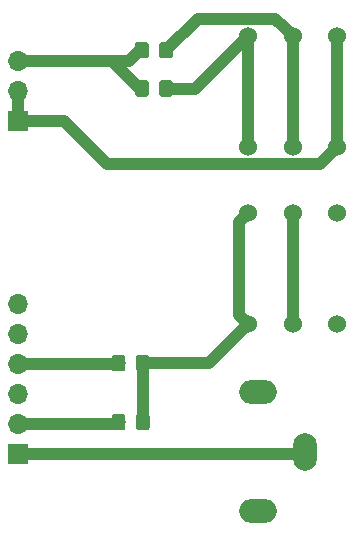
<source format=gtl>
G04 #@! TF.GenerationSoftware,KiCad,Pcbnew,(5.0.1)-4*
G04 #@! TF.CreationDate,2019-02-11T23:05:39+00:00*
G04 #@! TF.ProjectId,FT-8900-Headset,46542D383930302D486561647365742E,rev?*
G04 #@! TF.SameCoordinates,Original*
G04 #@! TF.FileFunction,Copper,L1,Top,Signal*
G04 #@! TF.FilePolarity,Positive*
%FSLAX46Y46*%
G04 Gerber Fmt 4.6, Leading zero omitted, Abs format (unit mm)*
G04 Created by KiCad (PCBNEW (5.0.1)-4) date 11/02/2019 23:05:39*
%MOMM*%
%LPD*%
G01*
G04 APERTURE LIST*
G04 #@! TA.AperFunction,ComponentPad*
%ADD10O,3.197860X1.998980*%
G04 #@! TD*
G04 #@! TA.AperFunction,ComponentPad*
%ADD11O,1.998980X3.197860*%
G04 #@! TD*
G04 #@! TA.AperFunction,Conductor*
%ADD12C,0.100000*%
G04 #@! TD*
G04 #@! TA.AperFunction,SMDPad,CuDef*
%ADD13C,1.150000*%
G04 #@! TD*
G04 #@! TA.AperFunction,ComponentPad*
%ADD14R,1.700000X1.700000*%
G04 #@! TD*
G04 #@! TA.AperFunction,ComponentPad*
%ADD15O,1.700000X1.700000*%
G04 #@! TD*
G04 #@! TA.AperFunction,ComponentPad*
%ADD16C,1.524000*%
G04 #@! TD*
G04 #@! TA.AperFunction,Conductor*
%ADD17C,1.000000*%
G04 #@! TD*
G04 APERTURE END LIST*
D10*
G04 #@! TO.P,J5,2*
G04 #@! TO.N,GND*
X173502040Y-124554600D03*
D11*
G04 #@! TO.P,J5,1*
G04 #@! TO.N,Net-(J2-Pad1)*
X177500000Y-119500000D03*
D10*
G04 #@! TO.P,J5,2*
G04 #@! TO.N,GND*
X173502040Y-114445400D03*
G04 #@! TD*
D12*
G04 #@! TO.N,Net-(C1-Pad1)*
G04 #@! TO.C,C1*
G36*
X164124505Y-116301204D02*
X164148773Y-116304804D01*
X164172572Y-116310765D01*
X164195671Y-116319030D01*
X164217850Y-116329520D01*
X164238893Y-116342132D01*
X164258599Y-116356747D01*
X164276777Y-116373223D01*
X164293253Y-116391401D01*
X164307868Y-116411107D01*
X164320480Y-116432150D01*
X164330970Y-116454329D01*
X164339235Y-116477428D01*
X164345196Y-116501227D01*
X164348796Y-116525495D01*
X164350000Y-116549999D01*
X164350000Y-117450001D01*
X164348796Y-117474505D01*
X164345196Y-117498773D01*
X164339235Y-117522572D01*
X164330970Y-117545671D01*
X164320480Y-117567850D01*
X164307868Y-117588893D01*
X164293253Y-117608599D01*
X164276777Y-117626777D01*
X164258599Y-117643253D01*
X164238893Y-117657868D01*
X164217850Y-117670480D01*
X164195671Y-117680970D01*
X164172572Y-117689235D01*
X164148773Y-117695196D01*
X164124505Y-117698796D01*
X164100001Y-117700000D01*
X163449999Y-117700000D01*
X163425495Y-117698796D01*
X163401227Y-117695196D01*
X163377428Y-117689235D01*
X163354329Y-117680970D01*
X163332150Y-117670480D01*
X163311107Y-117657868D01*
X163291401Y-117643253D01*
X163273223Y-117626777D01*
X163256747Y-117608599D01*
X163242132Y-117588893D01*
X163229520Y-117567850D01*
X163219030Y-117545671D01*
X163210765Y-117522572D01*
X163204804Y-117498773D01*
X163201204Y-117474505D01*
X163200000Y-117450001D01*
X163200000Y-116549999D01*
X163201204Y-116525495D01*
X163204804Y-116501227D01*
X163210765Y-116477428D01*
X163219030Y-116454329D01*
X163229520Y-116432150D01*
X163242132Y-116411107D01*
X163256747Y-116391401D01*
X163273223Y-116373223D01*
X163291401Y-116356747D01*
X163311107Y-116342132D01*
X163332150Y-116329520D01*
X163354329Y-116319030D01*
X163377428Y-116310765D01*
X163401227Y-116304804D01*
X163425495Y-116301204D01*
X163449999Y-116300000D01*
X164100001Y-116300000D01*
X164124505Y-116301204D01*
X164124505Y-116301204D01*
G37*
D13*
G04 #@! TD*
G04 #@! TO.P,C1,1*
G04 #@! TO.N,Net-(C1-Pad1)*
X163775000Y-117000000D03*
D12*
G04 #@! TO.N,Net-(C1-Pad2)*
G04 #@! TO.C,C1*
G36*
X162074505Y-116301204D02*
X162098773Y-116304804D01*
X162122572Y-116310765D01*
X162145671Y-116319030D01*
X162167850Y-116329520D01*
X162188893Y-116342132D01*
X162208599Y-116356747D01*
X162226777Y-116373223D01*
X162243253Y-116391401D01*
X162257868Y-116411107D01*
X162270480Y-116432150D01*
X162280970Y-116454329D01*
X162289235Y-116477428D01*
X162295196Y-116501227D01*
X162298796Y-116525495D01*
X162300000Y-116549999D01*
X162300000Y-117450001D01*
X162298796Y-117474505D01*
X162295196Y-117498773D01*
X162289235Y-117522572D01*
X162280970Y-117545671D01*
X162270480Y-117567850D01*
X162257868Y-117588893D01*
X162243253Y-117608599D01*
X162226777Y-117626777D01*
X162208599Y-117643253D01*
X162188893Y-117657868D01*
X162167850Y-117670480D01*
X162145671Y-117680970D01*
X162122572Y-117689235D01*
X162098773Y-117695196D01*
X162074505Y-117698796D01*
X162050001Y-117700000D01*
X161399999Y-117700000D01*
X161375495Y-117698796D01*
X161351227Y-117695196D01*
X161327428Y-117689235D01*
X161304329Y-117680970D01*
X161282150Y-117670480D01*
X161261107Y-117657868D01*
X161241401Y-117643253D01*
X161223223Y-117626777D01*
X161206747Y-117608599D01*
X161192132Y-117588893D01*
X161179520Y-117567850D01*
X161169030Y-117545671D01*
X161160765Y-117522572D01*
X161154804Y-117498773D01*
X161151204Y-117474505D01*
X161150000Y-117450001D01*
X161150000Y-116549999D01*
X161151204Y-116525495D01*
X161154804Y-116501227D01*
X161160765Y-116477428D01*
X161169030Y-116454329D01*
X161179520Y-116432150D01*
X161192132Y-116411107D01*
X161206747Y-116391401D01*
X161223223Y-116373223D01*
X161241401Y-116356747D01*
X161261107Y-116342132D01*
X161282150Y-116329520D01*
X161304329Y-116319030D01*
X161327428Y-116310765D01*
X161351227Y-116304804D01*
X161375495Y-116301204D01*
X161399999Y-116300000D01*
X162050001Y-116300000D01*
X162074505Y-116301204D01*
X162074505Y-116301204D01*
G37*
D13*
G04 #@! TD*
G04 #@! TO.P,C1,2*
G04 #@! TO.N,Net-(C1-Pad2)*
X161725000Y-117000000D03*
D14*
G04 #@! TO.P,J1,1*
G04 #@! TO.N,Net-(J1-Pad1)*
X153250000Y-91500000D03*
D15*
G04 #@! TO.P,J1,2*
X153250000Y-88960000D03*
G04 #@! TO.P,J1,3*
G04 #@! TO.N,Net-(J1-Pad3)*
X153250000Y-86420000D03*
G04 #@! TD*
D14*
G04 #@! TO.P,J2,1*
G04 #@! TO.N,Net-(J2-Pad1)*
X153250000Y-119660000D03*
D15*
G04 #@! TO.P,J2,2*
G04 #@! TO.N,Net-(C1-Pad2)*
X153250000Y-117120000D03*
G04 #@! TO.P,J2,3*
G04 #@! TO.N,GND*
X153250000Y-114580000D03*
G04 #@! TO.P,J2,4*
G04 #@! TO.N,Net-(J2-Pad4)*
X153250000Y-112040000D03*
G04 #@! TO.P,J2,5*
G04 #@! TO.N,N/C*
X153250000Y-109500000D03*
G04 #@! TO.P,J2,6*
X153250000Y-106960000D03*
G04 #@! TD*
D16*
G04 #@! TO.P,J3,T*
G04 #@! TO.N,Net-(J3-PadT)*
X172650000Y-84300000D03*
G04 #@! TO.P,J3,R*
G04 #@! TO.N,Net-(J3-PadR)*
X176450000Y-84300000D03*
G04 #@! TO.P,J3,S*
G04 #@! TO.N,Net-(J1-Pad1)*
X180250000Y-84300000D03*
G04 #@! TO.P,J3,TN*
G04 #@! TO.N,Net-(J3-PadT)*
X172650000Y-93700000D03*
G04 #@! TO.P,J3,RN*
G04 #@! TO.N,Net-(J3-PadR)*
X176450000Y-93700000D03*
G04 #@! TO.P,J3,SN*
G04 #@! TO.N,Net-(J1-Pad1)*
X180250000Y-93700000D03*
G04 #@! TD*
G04 #@! TO.P,J4,SN*
G04 #@! TO.N,GND*
X180250000Y-108700000D03*
G04 #@! TO.P,J4,RN*
G04 #@! TO.N,Net-(J4-PadR)*
X176450000Y-108700000D03*
G04 #@! TO.P,J4,TN*
G04 #@! TO.N,Net-(C1-Pad1)*
X172650000Y-108700000D03*
G04 #@! TO.P,J4,S*
G04 #@! TO.N,GND*
X180250000Y-99300000D03*
G04 #@! TO.P,J4,R*
G04 #@! TO.N,Net-(J4-PadR)*
X176450000Y-99300000D03*
G04 #@! TO.P,J4,T*
G04 #@! TO.N,Net-(C1-Pad1)*
X172650000Y-99300000D03*
G04 #@! TD*
D12*
G04 #@! TO.N,Net-(C1-Pad1)*
G04 #@! TO.C,R1*
G36*
X164124505Y-111301204D02*
X164148773Y-111304804D01*
X164172572Y-111310765D01*
X164195671Y-111319030D01*
X164217850Y-111329520D01*
X164238893Y-111342132D01*
X164258599Y-111356747D01*
X164276777Y-111373223D01*
X164293253Y-111391401D01*
X164307868Y-111411107D01*
X164320480Y-111432150D01*
X164330970Y-111454329D01*
X164339235Y-111477428D01*
X164345196Y-111501227D01*
X164348796Y-111525495D01*
X164350000Y-111549999D01*
X164350000Y-112450001D01*
X164348796Y-112474505D01*
X164345196Y-112498773D01*
X164339235Y-112522572D01*
X164330970Y-112545671D01*
X164320480Y-112567850D01*
X164307868Y-112588893D01*
X164293253Y-112608599D01*
X164276777Y-112626777D01*
X164258599Y-112643253D01*
X164238893Y-112657868D01*
X164217850Y-112670480D01*
X164195671Y-112680970D01*
X164172572Y-112689235D01*
X164148773Y-112695196D01*
X164124505Y-112698796D01*
X164100001Y-112700000D01*
X163449999Y-112700000D01*
X163425495Y-112698796D01*
X163401227Y-112695196D01*
X163377428Y-112689235D01*
X163354329Y-112680970D01*
X163332150Y-112670480D01*
X163311107Y-112657868D01*
X163291401Y-112643253D01*
X163273223Y-112626777D01*
X163256747Y-112608599D01*
X163242132Y-112588893D01*
X163229520Y-112567850D01*
X163219030Y-112545671D01*
X163210765Y-112522572D01*
X163204804Y-112498773D01*
X163201204Y-112474505D01*
X163200000Y-112450001D01*
X163200000Y-111549999D01*
X163201204Y-111525495D01*
X163204804Y-111501227D01*
X163210765Y-111477428D01*
X163219030Y-111454329D01*
X163229520Y-111432150D01*
X163242132Y-111411107D01*
X163256747Y-111391401D01*
X163273223Y-111373223D01*
X163291401Y-111356747D01*
X163311107Y-111342132D01*
X163332150Y-111329520D01*
X163354329Y-111319030D01*
X163377428Y-111310765D01*
X163401227Y-111304804D01*
X163425495Y-111301204D01*
X163449999Y-111300000D01*
X164100001Y-111300000D01*
X164124505Y-111301204D01*
X164124505Y-111301204D01*
G37*
D13*
G04 #@! TD*
G04 #@! TO.P,R1,1*
G04 #@! TO.N,Net-(C1-Pad1)*
X163775000Y-112000000D03*
D12*
G04 #@! TO.N,Net-(J2-Pad4)*
G04 #@! TO.C,R1*
G36*
X162074505Y-111301204D02*
X162098773Y-111304804D01*
X162122572Y-111310765D01*
X162145671Y-111319030D01*
X162167850Y-111329520D01*
X162188893Y-111342132D01*
X162208599Y-111356747D01*
X162226777Y-111373223D01*
X162243253Y-111391401D01*
X162257868Y-111411107D01*
X162270480Y-111432150D01*
X162280970Y-111454329D01*
X162289235Y-111477428D01*
X162295196Y-111501227D01*
X162298796Y-111525495D01*
X162300000Y-111549999D01*
X162300000Y-112450001D01*
X162298796Y-112474505D01*
X162295196Y-112498773D01*
X162289235Y-112522572D01*
X162280970Y-112545671D01*
X162270480Y-112567850D01*
X162257868Y-112588893D01*
X162243253Y-112608599D01*
X162226777Y-112626777D01*
X162208599Y-112643253D01*
X162188893Y-112657868D01*
X162167850Y-112670480D01*
X162145671Y-112680970D01*
X162122572Y-112689235D01*
X162098773Y-112695196D01*
X162074505Y-112698796D01*
X162050001Y-112700000D01*
X161399999Y-112700000D01*
X161375495Y-112698796D01*
X161351227Y-112695196D01*
X161327428Y-112689235D01*
X161304329Y-112680970D01*
X161282150Y-112670480D01*
X161261107Y-112657868D01*
X161241401Y-112643253D01*
X161223223Y-112626777D01*
X161206747Y-112608599D01*
X161192132Y-112588893D01*
X161179520Y-112567850D01*
X161169030Y-112545671D01*
X161160765Y-112522572D01*
X161154804Y-112498773D01*
X161151204Y-112474505D01*
X161150000Y-112450001D01*
X161150000Y-111549999D01*
X161151204Y-111525495D01*
X161154804Y-111501227D01*
X161160765Y-111477428D01*
X161169030Y-111454329D01*
X161179520Y-111432150D01*
X161192132Y-111411107D01*
X161206747Y-111391401D01*
X161223223Y-111373223D01*
X161241401Y-111356747D01*
X161261107Y-111342132D01*
X161282150Y-111329520D01*
X161304329Y-111319030D01*
X161327428Y-111310765D01*
X161351227Y-111304804D01*
X161375495Y-111301204D01*
X161399999Y-111300000D01*
X162050001Y-111300000D01*
X162074505Y-111301204D01*
X162074505Y-111301204D01*
G37*
D13*
G04 #@! TD*
G04 #@! TO.P,R1,2*
G04 #@! TO.N,Net-(J2-Pad4)*
X161725000Y-112000000D03*
D12*
G04 #@! TO.N,Net-(J3-PadT)*
G04 #@! TO.C,R2*
G36*
X166099505Y-88051204D02*
X166123773Y-88054804D01*
X166147572Y-88060765D01*
X166170671Y-88069030D01*
X166192850Y-88079520D01*
X166213893Y-88092132D01*
X166233599Y-88106747D01*
X166251777Y-88123223D01*
X166268253Y-88141401D01*
X166282868Y-88161107D01*
X166295480Y-88182150D01*
X166305970Y-88204329D01*
X166314235Y-88227428D01*
X166320196Y-88251227D01*
X166323796Y-88275495D01*
X166325000Y-88299999D01*
X166325000Y-89200001D01*
X166323796Y-89224505D01*
X166320196Y-89248773D01*
X166314235Y-89272572D01*
X166305970Y-89295671D01*
X166295480Y-89317850D01*
X166282868Y-89338893D01*
X166268253Y-89358599D01*
X166251777Y-89376777D01*
X166233599Y-89393253D01*
X166213893Y-89407868D01*
X166192850Y-89420480D01*
X166170671Y-89430970D01*
X166147572Y-89439235D01*
X166123773Y-89445196D01*
X166099505Y-89448796D01*
X166075001Y-89450000D01*
X165424999Y-89450000D01*
X165400495Y-89448796D01*
X165376227Y-89445196D01*
X165352428Y-89439235D01*
X165329329Y-89430970D01*
X165307150Y-89420480D01*
X165286107Y-89407868D01*
X165266401Y-89393253D01*
X165248223Y-89376777D01*
X165231747Y-89358599D01*
X165217132Y-89338893D01*
X165204520Y-89317850D01*
X165194030Y-89295671D01*
X165185765Y-89272572D01*
X165179804Y-89248773D01*
X165176204Y-89224505D01*
X165175000Y-89200001D01*
X165175000Y-88299999D01*
X165176204Y-88275495D01*
X165179804Y-88251227D01*
X165185765Y-88227428D01*
X165194030Y-88204329D01*
X165204520Y-88182150D01*
X165217132Y-88161107D01*
X165231747Y-88141401D01*
X165248223Y-88123223D01*
X165266401Y-88106747D01*
X165286107Y-88092132D01*
X165307150Y-88079520D01*
X165329329Y-88069030D01*
X165352428Y-88060765D01*
X165376227Y-88054804D01*
X165400495Y-88051204D01*
X165424999Y-88050000D01*
X166075001Y-88050000D01*
X166099505Y-88051204D01*
X166099505Y-88051204D01*
G37*
D13*
G04 #@! TD*
G04 #@! TO.P,R2,1*
G04 #@! TO.N,Net-(J3-PadT)*
X165750000Y-88750000D03*
D12*
G04 #@! TO.N,Net-(J1-Pad3)*
G04 #@! TO.C,R2*
G36*
X164049505Y-88051204D02*
X164073773Y-88054804D01*
X164097572Y-88060765D01*
X164120671Y-88069030D01*
X164142850Y-88079520D01*
X164163893Y-88092132D01*
X164183599Y-88106747D01*
X164201777Y-88123223D01*
X164218253Y-88141401D01*
X164232868Y-88161107D01*
X164245480Y-88182150D01*
X164255970Y-88204329D01*
X164264235Y-88227428D01*
X164270196Y-88251227D01*
X164273796Y-88275495D01*
X164275000Y-88299999D01*
X164275000Y-89200001D01*
X164273796Y-89224505D01*
X164270196Y-89248773D01*
X164264235Y-89272572D01*
X164255970Y-89295671D01*
X164245480Y-89317850D01*
X164232868Y-89338893D01*
X164218253Y-89358599D01*
X164201777Y-89376777D01*
X164183599Y-89393253D01*
X164163893Y-89407868D01*
X164142850Y-89420480D01*
X164120671Y-89430970D01*
X164097572Y-89439235D01*
X164073773Y-89445196D01*
X164049505Y-89448796D01*
X164025001Y-89450000D01*
X163374999Y-89450000D01*
X163350495Y-89448796D01*
X163326227Y-89445196D01*
X163302428Y-89439235D01*
X163279329Y-89430970D01*
X163257150Y-89420480D01*
X163236107Y-89407868D01*
X163216401Y-89393253D01*
X163198223Y-89376777D01*
X163181747Y-89358599D01*
X163167132Y-89338893D01*
X163154520Y-89317850D01*
X163144030Y-89295671D01*
X163135765Y-89272572D01*
X163129804Y-89248773D01*
X163126204Y-89224505D01*
X163125000Y-89200001D01*
X163125000Y-88299999D01*
X163126204Y-88275495D01*
X163129804Y-88251227D01*
X163135765Y-88227428D01*
X163144030Y-88204329D01*
X163154520Y-88182150D01*
X163167132Y-88161107D01*
X163181747Y-88141401D01*
X163198223Y-88123223D01*
X163216401Y-88106747D01*
X163236107Y-88092132D01*
X163257150Y-88079520D01*
X163279329Y-88069030D01*
X163302428Y-88060765D01*
X163326227Y-88054804D01*
X163350495Y-88051204D01*
X163374999Y-88050000D01*
X164025001Y-88050000D01*
X164049505Y-88051204D01*
X164049505Y-88051204D01*
G37*
D13*
G04 #@! TD*
G04 #@! TO.P,R2,2*
G04 #@! TO.N,Net-(J1-Pad3)*
X163700000Y-88750000D03*
D12*
G04 #@! TO.N,Net-(J1-Pad3)*
G04 #@! TO.C,R3*
G36*
X164049505Y-84801204D02*
X164073773Y-84804804D01*
X164097572Y-84810765D01*
X164120671Y-84819030D01*
X164142850Y-84829520D01*
X164163893Y-84842132D01*
X164183599Y-84856747D01*
X164201777Y-84873223D01*
X164218253Y-84891401D01*
X164232868Y-84911107D01*
X164245480Y-84932150D01*
X164255970Y-84954329D01*
X164264235Y-84977428D01*
X164270196Y-85001227D01*
X164273796Y-85025495D01*
X164275000Y-85049999D01*
X164275000Y-85950001D01*
X164273796Y-85974505D01*
X164270196Y-85998773D01*
X164264235Y-86022572D01*
X164255970Y-86045671D01*
X164245480Y-86067850D01*
X164232868Y-86088893D01*
X164218253Y-86108599D01*
X164201777Y-86126777D01*
X164183599Y-86143253D01*
X164163893Y-86157868D01*
X164142850Y-86170480D01*
X164120671Y-86180970D01*
X164097572Y-86189235D01*
X164073773Y-86195196D01*
X164049505Y-86198796D01*
X164025001Y-86200000D01*
X163374999Y-86200000D01*
X163350495Y-86198796D01*
X163326227Y-86195196D01*
X163302428Y-86189235D01*
X163279329Y-86180970D01*
X163257150Y-86170480D01*
X163236107Y-86157868D01*
X163216401Y-86143253D01*
X163198223Y-86126777D01*
X163181747Y-86108599D01*
X163167132Y-86088893D01*
X163154520Y-86067850D01*
X163144030Y-86045671D01*
X163135765Y-86022572D01*
X163129804Y-85998773D01*
X163126204Y-85974505D01*
X163125000Y-85950001D01*
X163125000Y-85049999D01*
X163126204Y-85025495D01*
X163129804Y-85001227D01*
X163135765Y-84977428D01*
X163144030Y-84954329D01*
X163154520Y-84932150D01*
X163167132Y-84911107D01*
X163181747Y-84891401D01*
X163198223Y-84873223D01*
X163216401Y-84856747D01*
X163236107Y-84842132D01*
X163257150Y-84829520D01*
X163279329Y-84819030D01*
X163302428Y-84810765D01*
X163326227Y-84804804D01*
X163350495Y-84801204D01*
X163374999Y-84800000D01*
X164025001Y-84800000D01*
X164049505Y-84801204D01*
X164049505Y-84801204D01*
G37*
D13*
G04 #@! TD*
G04 #@! TO.P,R3,2*
G04 #@! TO.N,Net-(J1-Pad3)*
X163700000Y-85500000D03*
D12*
G04 #@! TO.N,Net-(J3-PadR)*
G04 #@! TO.C,R3*
G36*
X166099505Y-84801204D02*
X166123773Y-84804804D01*
X166147572Y-84810765D01*
X166170671Y-84819030D01*
X166192850Y-84829520D01*
X166213893Y-84842132D01*
X166233599Y-84856747D01*
X166251777Y-84873223D01*
X166268253Y-84891401D01*
X166282868Y-84911107D01*
X166295480Y-84932150D01*
X166305970Y-84954329D01*
X166314235Y-84977428D01*
X166320196Y-85001227D01*
X166323796Y-85025495D01*
X166325000Y-85049999D01*
X166325000Y-85950001D01*
X166323796Y-85974505D01*
X166320196Y-85998773D01*
X166314235Y-86022572D01*
X166305970Y-86045671D01*
X166295480Y-86067850D01*
X166282868Y-86088893D01*
X166268253Y-86108599D01*
X166251777Y-86126777D01*
X166233599Y-86143253D01*
X166213893Y-86157868D01*
X166192850Y-86170480D01*
X166170671Y-86180970D01*
X166147572Y-86189235D01*
X166123773Y-86195196D01*
X166099505Y-86198796D01*
X166075001Y-86200000D01*
X165424999Y-86200000D01*
X165400495Y-86198796D01*
X165376227Y-86195196D01*
X165352428Y-86189235D01*
X165329329Y-86180970D01*
X165307150Y-86170480D01*
X165286107Y-86157868D01*
X165266401Y-86143253D01*
X165248223Y-86126777D01*
X165231747Y-86108599D01*
X165217132Y-86088893D01*
X165204520Y-86067850D01*
X165194030Y-86045671D01*
X165185765Y-86022572D01*
X165179804Y-85998773D01*
X165176204Y-85974505D01*
X165175000Y-85950001D01*
X165175000Y-85049999D01*
X165176204Y-85025495D01*
X165179804Y-85001227D01*
X165185765Y-84977428D01*
X165194030Y-84954329D01*
X165204520Y-84932150D01*
X165217132Y-84911107D01*
X165231747Y-84891401D01*
X165248223Y-84873223D01*
X165266401Y-84856747D01*
X165286107Y-84842132D01*
X165307150Y-84829520D01*
X165329329Y-84819030D01*
X165352428Y-84810765D01*
X165376227Y-84804804D01*
X165400495Y-84801204D01*
X165424999Y-84800000D01*
X166075001Y-84800000D01*
X166099505Y-84801204D01*
X166099505Y-84801204D01*
G37*
D13*
G04 #@! TD*
G04 #@! TO.P,R3,1*
G04 #@! TO.N,Net-(J3-PadR)*
X165750000Y-85500000D03*
D17*
G04 #@! TO.N,Net-(C1-Pad1)*
X171888001Y-107938001D02*
X172650000Y-108700000D01*
X171888001Y-100061999D02*
X171888001Y-107938001D01*
X172650000Y-99300000D02*
X171888001Y-100061999D01*
X163775000Y-117000000D02*
X163775000Y-112000000D01*
X169350000Y-112000000D02*
X172650000Y-108700000D01*
X163775000Y-112000000D02*
X169350000Y-112000000D01*
G04 #@! TO.N,Net-(C1-Pad2)*
X161645000Y-117080000D02*
X161725000Y-117000000D01*
X161605000Y-117120000D02*
X161725000Y-117000000D01*
X153250000Y-117120000D02*
X161605000Y-117120000D01*
G04 #@! TO.N,Net-(J1-Pad1)*
X180250000Y-84300000D02*
X180250000Y-93700000D01*
X153250000Y-91500000D02*
X153250000Y-88960000D01*
X178787999Y-95162001D02*
X180250000Y-93700000D01*
X160762001Y-95162001D02*
X178787999Y-95162001D01*
X153250000Y-91500000D02*
X157100000Y-91500000D01*
X157100000Y-91500000D02*
X160762001Y-95162001D01*
G04 #@! TO.N,Net-(J1-Pad3)*
X162580000Y-86420000D02*
X163500000Y-85500000D01*
X155250000Y-86420000D02*
X162580000Y-86420000D01*
X161170000Y-86420000D02*
X163500000Y-88750000D01*
X155250000Y-86420000D02*
X161170000Y-86420000D01*
X154452081Y-86420000D02*
X155250000Y-86420000D01*
X153250000Y-86420000D02*
X154452081Y-86420000D01*
G04 #@! TO.N,Net-(J2-Pad1)*
X177380000Y-119620000D02*
X177500000Y-119500000D01*
X177340000Y-119660000D02*
X177500000Y-119500000D01*
X153250000Y-119660000D02*
X177340000Y-119660000D01*
G04 #@! TO.N,Net-(J2-Pad4)*
X161685000Y-112040000D02*
X161725000Y-112000000D01*
X153250000Y-112040000D02*
X161685000Y-112040000D01*
G04 #@! TO.N,Net-(J3-PadT)*
X168200000Y-88750000D02*
X172650000Y-84300000D01*
X165750000Y-88750000D02*
X168200000Y-88750000D01*
X172650000Y-84300000D02*
X172650000Y-93700000D01*
G04 #@! TO.N,Net-(J3-PadR)*
X175688001Y-83538001D02*
X176450000Y-84300000D01*
X174987999Y-82837999D02*
X175688001Y-83538001D01*
X168412001Y-82837999D02*
X174987999Y-82837999D01*
X165750000Y-85500000D02*
X168412001Y-82837999D01*
X176450000Y-84300000D02*
X176450000Y-93700000D01*
G04 #@! TO.N,Net-(J4-PadR)*
X176450000Y-99300000D02*
X176450000Y-108700000D01*
G04 #@! TD*
M02*

</source>
